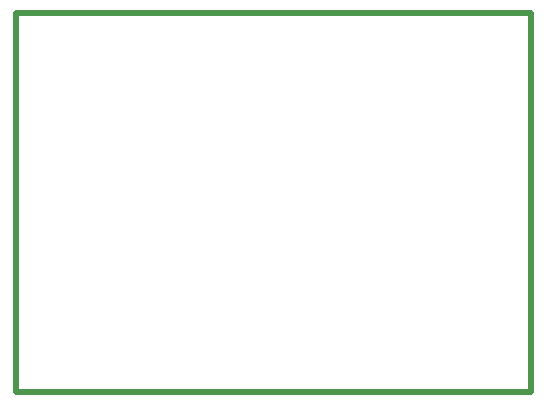
<source format=gko>
%FSLAX25Y25*%
%MOIN*%
G70*
G01*
G75*
G04 Layer_Color=16711935*
%ADD10C,0.02000*%
%ADD11C,0.04000*%
%ADD12R,0.13386X0.09055*%
%ADD13R,0.09055X0.09449*%
%ADD14R,0.05709X0.04528*%
%ADD15R,0.05512X0.04134*%
%ADD16R,0.03740X0.05315*%
%ADD17O,0.02362X0.07480*%
%ADD18R,0.06102X0.05315*%
%ADD19R,0.04134X0.05512*%
%ADD20R,0.05315X0.06102*%
%ADD21R,0.04528X0.05709*%
%ADD22R,0.05118X0.03347*%
%ADD23R,0.04331X0.10236*%
%ADD24R,0.06299X0.02165*%
%ADD25R,0.03347X0.05118*%
%ADD26R,0.05315X0.03740*%
%ADD27R,0.05906X0.04921*%
%ADD28R,0.04921X0.05906*%
%ADD29O,0.09843X0.02756*%
%ADD30C,0.00700*%
%ADD31R,0.05906X0.05906*%
%ADD32C,0.05906*%
%ADD33R,0.05906X0.05906*%
%ADD34C,0.03000*%
D10*
X0Y0D02*
X171500D01*
X0Y119000D02*
Y126500D01*
X171500D01*
Y0D02*
Y126500D01*
X0Y0D02*
Y33000D01*
Y120500D01*
M02*

</source>
